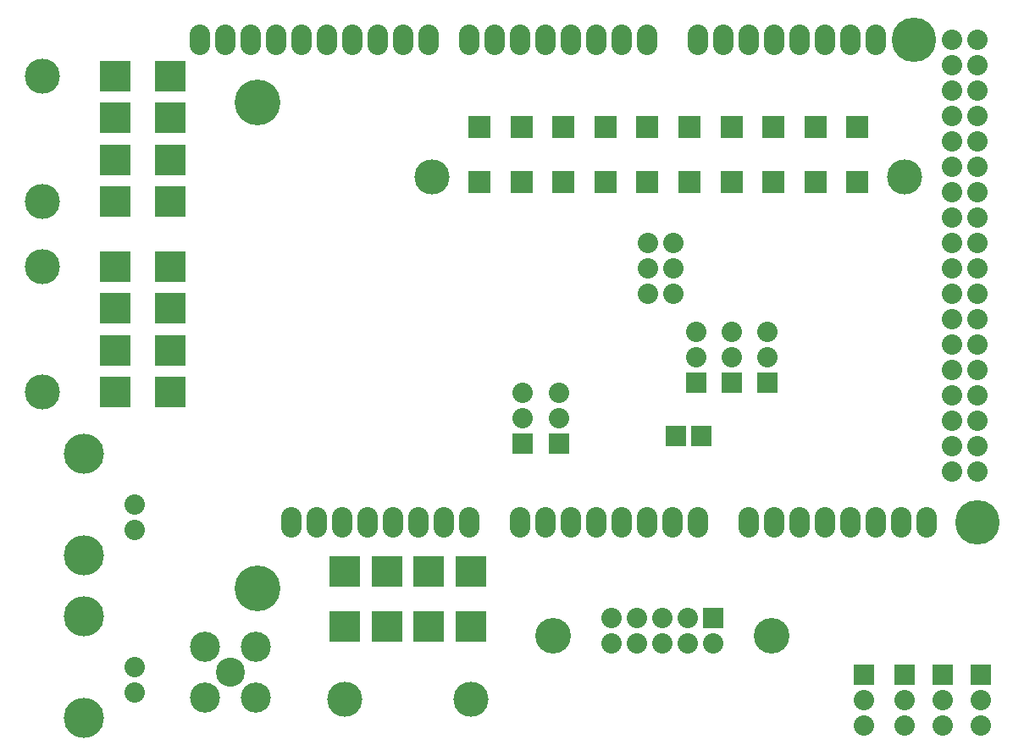
<source format=gbs>
G04 (created by PCBNEW (2013-07-07 BZR 4022)-stable) date 28/05/2014 12:36:18 AM*
%MOIN*%
G04 Gerber Fmt 3.4, Leading zero omitted, Abs format*
%FSLAX34Y34*%
G01*
G70*
G90*
G04 APERTURE LIST*
%ADD10C,0.00590551*%
%ADD11C,0.08*%
%ADD12O,0.08X0.12*%
%ADD13C,0.175*%
%ADD14C,0.13811*%
%ADD15R,0.12X0.12*%
%ADD16R,0.08X0.08*%
%ADD17C,0.18*%
%ADD18C,0.14*%
%ADD19C,0.1578*%
%ADD20R,0.09X0.09*%
%ADD21C,0.1381*%
%ADD22C,0.114488*%
%ADD23C,0.118425*%
G04 APERTURE END LIST*
G54D10*
G54D11*
X35900Y-18900D03*
X34900Y-18900D03*
X34900Y-17900D03*
X35900Y-17900D03*
X35900Y-16900D03*
X34900Y-16900D03*
G54D12*
X17250Y-8900D03*
X18250Y-8900D03*
X20850Y-27900D03*
X21850Y-27900D03*
X36850Y-8900D03*
X37850Y-8900D03*
X38850Y-8900D03*
X39850Y-8900D03*
X40850Y-8900D03*
X41850Y-8900D03*
X42850Y-8900D03*
X43850Y-8900D03*
X45850Y-27900D03*
X44850Y-27900D03*
X43850Y-27900D03*
X42850Y-27900D03*
X38850Y-27900D03*
X36850Y-27900D03*
X35850Y-27900D03*
X39850Y-27900D03*
X40850Y-27900D03*
X41850Y-27900D03*
X34850Y-27900D03*
X33850Y-27900D03*
X32850Y-27900D03*
X29850Y-27900D03*
X30850Y-27900D03*
X31850Y-27900D03*
X27850Y-27900D03*
X26850Y-27900D03*
X25850Y-27900D03*
X23850Y-27900D03*
X22850Y-27900D03*
X34850Y-8900D03*
X33850Y-8900D03*
X32850Y-8900D03*
X31850Y-8900D03*
X30850Y-8900D03*
X29850Y-8900D03*
X28850Y-8900D03*
X27850Y-8900D03*
X26250Y-8900D03*
X25250Y-8900D03*
X24250Y-8900D03*
X23250Y-8900D03*
X22250Y-8900D03*
X21250Y-8900D03*
X20250Y-8900D03*
X19250Y-8900D03*
X24850Y-27900D03*
G54D13*
X47850Y-27900D03*
X45350Y-8900D03*
G54D11*
X46850Y-9900D03*
X47850Y-9900D03*
X46850Y-10900D03*
X47850Y-10900D03*
X46850Y-11900D03*
X47850Y-11900D03*
X46850Y-12900D03*
X47850Y-12900D03*
X46850Y-8900D03*
X47850Y-8900D03*
X47850Y-13900D03*
X46850Y-13900D03*
X46850Y-14900D03*
X47850Y-14900D03*
X46850Y-15900D03*
X47850Y-15900D03*
X46850Y-16900D03*
X47850Y-16900D03*
X46850Y-17900D03*
X47850Y-17900D03*
X46850Y-18900D03*
X47850Y-18900D03*
X46850Y-19900D03*
X47850Y-19900D03*
X46850Y-20900D03*
X47850Y-20900D03*
X46850Y-21900D03*
X47850Y-21900D03*
X46850Y-22900D03*
X47850Y-22900D03*
X46850Y-23900D03*
X47850Y-23900D03*
X46850Y-24900D03*
X47850Y-24900D03*
X46850Y-25900D03*
X47850Y-25900D03*
G54D14*
X22970Y-34856D03*
G54D15*
X22970Y-29818D03*
X24624Y-29818D03*
X26276Y-29818D03*
X27930Y-29818D03*
X22970Y-31982D03*
X24624Y-31982D03*
X26276Y-31982D03*
X27930Y-31982D03*
G54D14*
X27930Y-34856D03*
X11043Y-17820D03*
G54D15*
X16082Y-17820D03*
X16082Y-19474D03*
X16082Y-21126D03*
X16082Y-22780D03*
X13918Y-17820D03*
X13918Y-19474D03*
X13918Y-21126D03*
X13918Y-22780D03*
G54D14*
X11043Y-22780D03*
X11043Y-10320D03*
G54D15*
X16082Y-10320D03*
X16082Y-11974D03*
X16082Y-13626D03*
X16082Y-15280D03*
X13918Y-10320D03*
X13918Y-11974D03*
X13918Y-13626D03*
X13918Y-15280D03*
G54D14*
X11043Y-15280D03*
G54D16*
X37000Y-24500D03*
G54D17*
X19520Y-30500D03*
G54D18*
X31150Y-32350D03*
X39750Y-32350D03*
G54D16*
X37450Y-31650D03*
G54D11*
X37450Y-32650D03*
X36450Y-31650D03*
X36450Y-32650D03*
X35450Y-31650D03*
X35450Y-32650D03*
X34450Y-31650D03*
X34450Y-32650D03*
X33450Y-31650D03*
X33450Y-32650D03*
G54D19*
X12700Y-31600D03*
X12700Y-35600D03*
G54D11*
X14700Y-34600D03*
X14700Y-33600D03*
G54D19*
X12700Y-25200D03*
X12700Y-29200D03*
G54D11*
X14700Y-28200D03*
X14700Y-27200D03*
G54D20*
X28260Y-12318D03*
X29913Y-12318D03*
X31567Y-12318D03*
X33220Y-12318D03*
X34874Y-12318D03*
X36526Y-12318D03*
X38180Y-12318D03*
X39833Y-12318D03*
X41487Y-12318D03*
X43140Y-12318D03*
X28260Y-14482D03*
X29913Y-14482D03*
X31567Y-14482D03*
X33220Y-14482D03*
X34874Y-14482D03*
X36526Y-14482D03*
X38180Y-14482D03*
X39833Y-14482D03*
X41487Y-14482D03*
X43140Y-14482D03*
G54D21*
X26409Y-14306D03*
X44991Y-14306D03*
G54D22*
X18450Y-33800D03*
G54D23*
X17450Y-32800D03*
X19450Y-32800D03*
X19450Y-34800D03*
X17450Y-34800D03*
G54D16*
X29975Y-24800D03*
G54D11*
X29975Y-23800D03*
X29975Y-22800D03*
G54D16*
X38200Y-22400D03*
G54D11*
X38200Y-21400D03*
X38200Y-20400D03*
G54D16*
X31400Y-24800D03*
G54D11*
X31400Y-23800D03*
X31400Y-22800D03*
G54D16*
X39600Y-22400D03*
G54D11*
X39600Y-21400D03*
X39600Y-20400D03*
G54D16*
X36800Y-22400D03*
G54D11*
X36800Y-21400D03*
X36800Y-20400D03*
G54D16*
X36000Y-24500D03*
X43400Y-33900D03*
G54D11*
X43400Y-34900D03*
X43400Y-35900D03*
G54D16*
X45000Y-33900D03*
G54D11*
X45000Y-34900D03*
X45000Y-35900D03*
G54D16*
X48000Y-33900D03*
G54D11*
X48000Y-34900D03*
X48000Y-35900D03*
G54D16*
X46500Y-33900D03*
G54D11*
X46500Y-34900D03*
X46500Y-35900D03*
G54D17*
X19520Y-11350D03*
M02*

</source>
